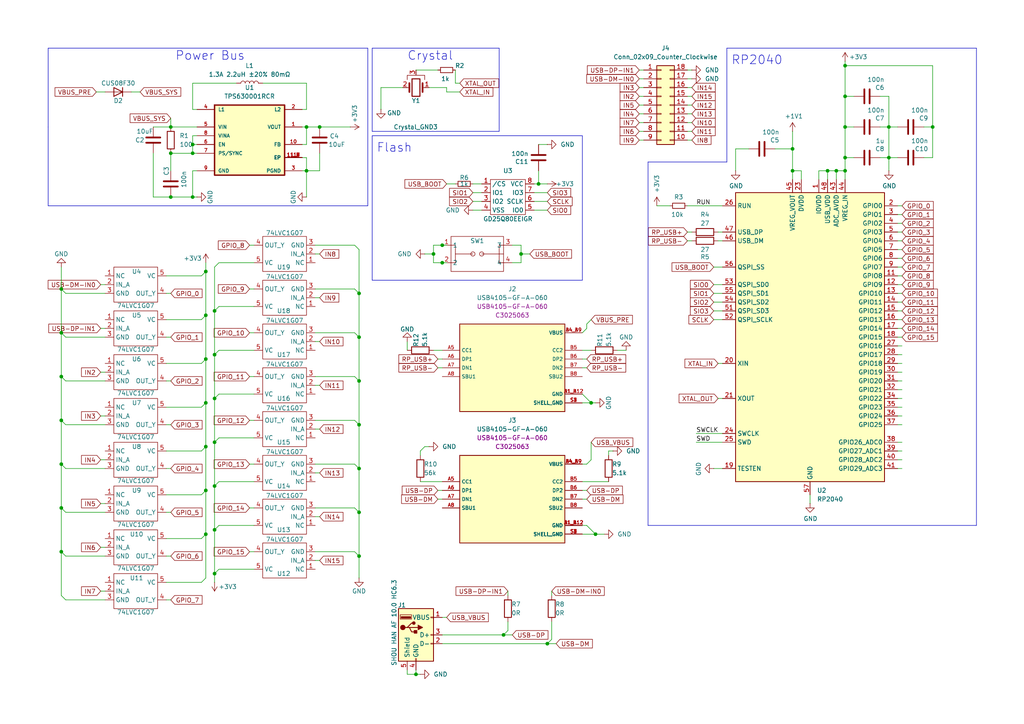
<source format=kicad_sch>
(kicad_sch (version 20231120) (generator "eeschema") (generator_version "8.0")
  (paper "A4")
  (title_block (title "Snifferlyzer Main PCB") (date "2024-05-20") (company "Handheldlegend") (comment 1 "Designed by Mitch Cairns"))
  (junction (at 59.69 154.94))
  (junction (at 55.88 57.15))
  (junction (at 59.69 104.14))
  (junction (at 17.78 83.82))
  (junction (at 245.11 19.05))
  (junction (at 62.23 90.17))
  (junction (at 104.14 161.29))
  (junction (at 257.81 36.83))
  (junction (at 49.53 36.83))
  (junction (at 62.23 166.37))
  (junction (at 125.73 73.66))
  (junction (at 62.23 128.27))
  (junction (at 104.14 110.49))
  (junction (at 62.23 140.97))
  (junction (at 151.13 73.66))
  (junction (at 49.53 57.15))
  (junction (at 17.78 96.52))
  (junction (at 104.14 85.09))
  (junction (at 88.9 36.83))
  (junction (at 128.27 76.2))
  (junction (at 17.78 160.02))
  (junction (at 17.78 134.62))
  (junction (at 104.14 148.59))
  (junction (at 62.23 115.57))
  (junction (at 104.14 123.19))
  (junction (at 245.11 27.94))
  (junction (at 59.69 142.24))
  (junction (at 55.88 41.91))
  (junction (at 59.69 78.74))
  (junction (at 120.65 195.58))
  (junction (at 242.57 49.53))
  (junction (at 62.23 153.67))
  (junction (at 88.9 49.53))
  (junction (at 17.78 121.92))
  (junction (at 49.53 44.45))
  (junction (at 59.69 129.54))
  (junction (at 92.71 36.83))
  (junction (at 156.21 53.34))
  (junction (at 59.69 91.44))
  (junction (at 240.03 49.53))
  (junction (at 158.75 186.69))
  (junction (at 171.45 116.84))
  (junction (at 245.11 49.53))
  (junction (at 55.88 44.45))
  (junction (at 128.27 71.12))
  (junction (at 229.87 49.53))
  (junction (at 17.78 109.22))
  (junction (at 146.05 184.15))
  (junction (at 257.81 45.72))
  (junction (at 270.51 36.83))
  (junction (at 245.11 45.72))
  (junction (at 172.72 154.94))
  (junction (at 62.23 102.87))
  (junction (at 104.14 97.79))
  (junction (at 229.87 43.18))
  (junction (at 17.78 147.32))
  (junction (at 59.69 116.84))
  (junction (at 104.14 135.89))
  (junction (at 245.11 36.83))
  (wire (pts (xy 229.87 43.18) (xy 229.87 49.53)))
  (polyline (pts (xy 106.68 59.69) (xy 13.97 59.69)))
  (wire (pts (xy 48.26 168.91) (xy 58.42 168.91)))
  (wire (pts (xy 257.81 36.83) (xy 257.81 45.72)))
  (wire (pts (xy 245.11 17.78) (xy 245.11 19.05)))
  (wire (pts (xy 270.51 45.72) (xy 267.97 45.72)))
  (wire (pts (xy 129.54 26.67) (xy 133.35 26.67)))
  (wire (pts (xy 200.66 33.02) (xy 199.39 33.02)))
  (wire (pts (xy 260.35 115.57) (xy 261.62 115.57)))
  (wire (pts (xy 209.55 125.73) (xy 201.93 125.73)))
  (wire (pts (xy 63.5 101.6) (xy 62.23 102.87)))
  (wire (pts (xy 19.05 173.99) (xy 17.78 172.72)))
  (wire (pts (xy 260.35 100.33) (xy 261.62 100.33)))
  (wire (pts (xy 49.53 85.09) (xy 48.26 85.09)))
  (wire (pts (xy 185.42 27.94) (xy 186.69 27.94)))
  (wire (pts (xy 170.18 95.25) (xy 170.18 93.98)))
  (wire (pts (xy 49.53 110.49) (xy 48.26 110.49)))
  (wire (pts (xy 242.57 49.53) (xy 245.11 49.53)))
  (wire (pts (xy 260.35 72.39) (xy 261.62 72.39)))
  (wire (pts (xy 55.88 39.37) (xy 55.88 41.91)))
  (wire (pts (xy 207.01 135.89) (xy 209.55 135.89)))
  (wire (pts (xy 260.35 110.49) (xy 261.62 110.49)))
  (wire (pts (xy 48.26 118.11) (xy 58.42 118.11)))
  (wire (pts (xy 260.35 120.65) (xy 261.62 120.65)))
  (wire (pts (xy 200.66 27.94) (xy 199.39 27.94)))
  (wire (pts (xy 260.35 69.85) (xy 261.62 69.85)))
  (wire (pts (xy 207.01 82.55) (xy 209.55 82.55)))
  (wire (pts (xy 62.23 115.57) (xy 62.23 102.87)))
  (wire (pts (xy 49.53 135.89) (xy 48.26 135.89)))
  (wire (pts (xy 27.94 26.67) (xy 30.48 26.67)))
  (wire (pts (xy 19.05 97.79) (xy 17.78 96.52)))
  (wire (pts (xy 260.35 123.19) (xy 261.62 123.19)))
  (wire (pts (xy 58.42 92.71) (xy 59.69 91.44)))
  (wire (pts (xy 29.21 158.75) (xy 30.48 158.75)))
  (wire (pts (xy 102.87 96.52) (xy 104.14 97.79)))
  (wire (pts (xy 59.69 78.74) (xy 59.69 91.44)))
  (wire (pts (xy 260.35 92.71) (xy 261.62 92.71)))
  (wire (pts (xy 104.14 110.49) (xy 104.14 97.79)))
  (wire (pts (xy 58.42 80.01) (xy 59.69 78.74)))
  (wire (pts (xy 260.35 118.11) (xy 261.62 118.11)))
  (wire (pts (xy 151.13 73.66) (xy 153.67 73.66)))
  (wire (pts (xy 185.42 35.56) (xy 186.69 35.56)))
  (wire (pts (xy 260.35 59.69) (xy 261.62 59.69)))
  (wire (pts (xy 73.66 139.7) (xy 63.5 139.7)))
  (wire (pts (xy 29.21 82.55) (xy 30.48 82.55)))
  (wire (pts (xy 19.05 148.59) (xy 17.78 147.32)))
  (wire (pts (xy 92.71 73.66) (xy 91.44 73.66)))
  (wire (pts (xy 224.79 43.18) (xy 229.87 43.18)))
  (wire (pts (xy 255.27 27.94) (xy 257.81 27.94)))
  (wire (pts (xy 44.45 36.83) (xy 49.53 36.83)))
  (wire (pts (xy 72.39 134.62) (xy 73.66 134.62)))
  (wire (pts (xy 68.58 24.13) (xy 55.88 24.13)))
  (wire (pts (xy 160.02 171.45) (xy 160.02 172.72)))
  (wire (pts (xy 168.91 116.84) (xy 171.45 116.84)))
  (wire (pts (xy 161.29 186.69) (xy 158.75 186.69)))
  (wire (pts (xy 62.23 166.37) (xy 62.23 153.67)))
  (wire (pts (xy 44.45 44.45) (xy 44.45 57.15)))
  (wire (pts (xy 49.53 123.19) (xy 48.26 123.19)))
  (wire (pts (xy 267.97 36.83) (xy 270.51 36.83)))
  (wire (pts (xy 154.94 60.96) (xy 158.75 60.96)))
  (wire (pts (xy 57.15 39.37) (xy 55.88 39.37)))
  (wire (pts (xy 29.21 95.25) (xy 30.48 95.25)))
  (wire (pts (xy 17.78 109.22) (xy 17.78 121.92)))
  (wire (pts (xy 260.35 102.87) (xy 261.62 102.87)))
  (wire (pts (xy 120.65 20.32) (xy 127 20.32)))
  (wire (pts (xy 92.71 44.45) (xy 92.71 49.53)))
  (wire (pts (xy 137.16 60.96) (xy 139.7 60.96)))
  (wire (pts (xy 72.39 160.02) (xy 73.66 160.02)))
  (wire (pts (xy 124.46 25.4) (xy 129.54 25.4)))
  (wire (pts (xy 260.35 105.41) (xy 261.62 105.41)))
  (wire (pts (xy 73.66 88.9) (xy 63.5 88.9)))
  (wire (pts (xy 104.14 123.19) (xy 104.14 110.49)))
  (wire (pts (xy 137.16 58.42) (xy 139.7 58.42)))
  (wire (pts (xy 260.35 87.63) (xy 261.62 87.63)))
  (wire (pts (xy 19.05 110.49) (xy 17.78 109.22)))
  (wire (pts (xy 125.73 101.6) (xy 128.27 101.6)))
  (polyline (pts (xy 283.21 13.97) (xy 210.82 13.97)))
  (wire (pts (xy 58.42 143.51) (xy 59.69 142.24)))
  (wire (pts (xy 209.55 69.85) (xy 208.28 69.85)))
  (wire (pts (xy 102.87 147.32) (xy 104.14 148.59)))
  (wire (pts (xy 170.18 134.62) (xy 171.45 133.35)))
  (wire (pts (xy 49.53 44.45) (xy 49.53 49.53)))
  (wire (pts (xy 185.42 38.1) (xy 186.69 38.1)))
  (wire (pts (xy 260.35 107.95) (xy 261.62 107.95)))
  (wire (pts (xy 185.42 33.02) (xy 186.69 33.02)))
  (wire (pts (xy 49.53 148.59) (xy 48.26 148.59)))
  (wire (pts (xy 147.32 182.88) (xy 146.05 184.15)))
  (wire (pts (xy 88.9 49.53) (xy 87.63 49.53)))
  (wire (pts (xy 72.39 109.22) (xy 73.66 109.22)))
  (wire (pts (xy 49.53 44.45) (xy 55.88 44.45)))
  (wire (pts (xy 102.87 109.22) (xy 104.14 110.49)))
  (wire (pts (xy 19.05 123.19) (xy 17.78 121.92)))
  (wire (pts (xy 200.66 67.31) (xy 199.39 67.31)))
  (wire (pts (xy 185.42 40.64) (xy 186.69 40.64)))
  (wire (pts (xy 213.36 43.18) (xy 213.36 49.53)))
  (wire (pts (xy 154.94 58.42) (xy 158.75 58.42)))
  (wire (pts (xy 179.07 101.6) (xy 181.61 101.6)))
  (wire (pts (xy 128.27 76.2) (xy 125.73 76.2)))
  (wire (pts (xy 62.23 140.97) (xy 62.23 128.27)))
  (wire (pts (xy 148.59 76.2) (xy 151.13 76.2)))
  (wire (pts (xy 92.71 124.46) (xy 91.44 124.46)))
  (wire (pts (xy 104.14 97.79) (xy 104.14 85.09)))
  (wire (pts (xy 91.44 96.52) (xy 102.87 96.52)))
  (wire (pts (xy 58.42 118.11) (xy 59.69 116.84)))
  (wire (pts (xy 260.35 130.81) (xy 261.62 130.81)))
  (polyline (pts (xy 13.97 36.83) (xy 13.97 59.69)))
  (wire (pts (xy 62.23 168.91) (xy 62.23 166.37)))
  (wire (pts (xy 240.03 49.53) (xy 240.03 52.07)))
  (wire (pts (xy 87.63 36.83) (xy 88.9 36.83)))
  (wire (pts (xy 48.26 80.01) (xy 58.42 80.01)))
  (wire (pts (xy 30.48 161.29) (xy 19.05 161.29)))
  (wire (pts (xy 73.66 165.1) (xy 63.5 165.1)))
  (polyline (pts (xy 168.91 81.28) (xy 107.95 81.28)))
  (wire (pts (xy 168.91 152.4) (xy 170.18 152.4)))
  (wire (pts (xy 129.54 179.07) (xy 128.27 179.07)))
  (wire (pts (xy 92.71 36.83) (xy 101.6 36.83)))
  (wire (pts (xy 257.81 45.72) (xy 257.81 49.53)))
  (wire (pts (xy 260.35 113.03) (xy 261.62 113.03)))
  (wire (pts (xy 72.39 96.52) (xy 73.66 96.52)))
  (wire (pts (xy 88.9 36.83) (xy 92.71 36.83)))
  (wire (pts (xy 55.88 57.15) (xy 57.15 57.15)))
  (wire (pts (xy 104.14 85.09) (xy 104.14 72.39)))
  (wire (pts (xy 127 142.24) (xy 128.27 142.24)))
  (wire (pts (xy 132.08 24.13) (xy 133.35 24.13)))
  (wire (pts (xy 29.21 171.45) (xy 30.48 171.45)))
  (wire (pts (xy 59.69 154.94) (xy 59.69 167.64)))
  (wire (pts (xy 118.11 195.58) (xy 120.65 195.58)))
  (wire (pts (xy 49.53 36.83) (xy 57.15 36.83)))
  (wire (pts (xy 59.69 129.54) (xy 59.69 142.24)))
  (wire (pts (xy 88.9 45.72) (xy 88.9 49.53)))
  (wire (pts (xy 260.35 82.55) (xy 261.62 82.55)))
  (wire (pts (xy 91.44 109.22) (xy 102.87 109.22)))
  (wire (pts (xy 59.69 142.24) (xy 59.69 154.94)))
  (wire (pts (xy 59.69 116.84) (xy 59.69 129.54)))
  (wire (pts (xy 229.87 49.53) (xy 232.41 49.53)))
  (wire (pts (xy 92.71 111.76) (xy 91.44 111.76)))
  (wire (pts (xy 91.44 83.82) (xy 102.87 83.82)))
  (wire (pts (xy 104.14 161.29) (xy 104.14 148.59)))
  (wire (pts (xy 128.27 186.69) (xy 158.75 186.69)))
  (wire (pts (xy 63.5 139.7) (xy 62.23 140.97)))
  (wire (pts (xy 199.39 59.69) (xy 209.55 59.69)))
  (wire (pts (xy 63.5 88.9) (xy 62.23 90.17)))
  (wire (pts (xy 29.21 120.65) (xy 30.48 120.65)))
  (wire (pts (xy 118.11 194.31) (xy 118.11 195.58)))
  (wire (pts (xy 260.35 90.17) (xy 261.62 90.17)))
  (wire (pts (xy 229.87 49.53) (xy 229.87 52.07)))
  (wire (pts (xy 185.42 20.32) (xy 186.69 20.32)))
  (wire (pts (xy 200.66 35.56) (xy 199.39 35.56)))
  (wire (pts (xy 55.88 49.53) (xy 55.88 57.15)))
  (wire (pts (xy 123.19 129.54) (xy 124.46 129.54)))
  (wire (pts (xy 156.21 49.53) (xy 156.21 53.34)))
  (wire (pts (xy 55.88 24.13) (xy 55.88 31.75)))
  (wire (pts (xy 49.53 97.79) (xy 48.26 97.79)))
  (wire (pts (xy 260.35 97.79) (xy 261.62 97.79)))
  (wire (pts (xy 123.19 73.66) (xy 125.73 73.66)))
  (wire (pts (xy 59.69 104.14) (xy 59.69 116.84)))
  (wire (pts (xy 63.5 165.1) (xy 62.23 166.37)))
  (polyline (pts (xy 210.82 13.97) (xy 210.82 46.99)))
  (wire (pts (xy 92.71 99.06) (xy 91.44 99.06)))
  (wire (pts (xy 255.27 36.83) (xy 257.81 36.83)))
  (wire (pts (xy 73.66 152.4) (xy 63.5 152.4)))
  (wire (pts (xy 88.9 41.91) (xy 88.9 36.83)))
  (wire (pts (xy 257.81 27.94) (xy 257.81 36.83)))
  (wire (pts (xy 118.11 99.06) (xy 118.11 101.6)))
  (polyline (pts (xy 106.68 13.97) (xy 106.68 59.69)))
  (wire (pts (xy 17.78 134.62) (xy 17.78 147.32)))
  (wire (pts (xy 48.26 105.41) (xy 58.42 105.41)))
  (wire (pts (xy 260.35 128.27) (xy 261.62 128.27)))
  (wire (pts (xy 55.88 41.91) (xy 55.88 44.45)))
  (wire (pts (xy 30.48 97.79) (xy 19.05 97.79)))
  (wire (pts (xy 154.94 53.34) (xy 156.21 53.34)))
  (wire (pts (xy 156.21 41.91) (xy 158.75 41.91)))
  (polyline (pts (xy 13.97 13.97) (xy 106.68 13.97)))
  (wire (pts (xy 30.48 85.09) (xy 19.05 85.09)))
  (wire (pts (xy 121.92 139.7) (xy 128.27 139.7)))
  (wire (pts (xy 207.01 77.47) (xy 209.55 77.47)))
  (wire (pts (xy 207.01 90.17) (xy 209.55 90.17)))
  (wire (pts (xy 58.42 105.41) (xy 59.69 104.14)))
  (wire (pts (xy 257.81 36.83) (xy 260.35 36.83)))
  (wire (pts (xy 260.35 77.47) (xy 261.62 77.47)))
  (wire (pts (xy 127 104.14) (xy 128.27 104.14)))
  (wire (pts (xy 245.11 45.72) (xy 247.65 45.72)))
  (wire (pts (xy 30.48 123.19) (xy 19.05 123.19)))
  (wire (pts (xy 128.27 184.15) (xy 146.05 184.15)))
  (wire (pts (xy 154.94 55.88) (xy 158.75 55.88)))
  (wire (pts (xy 58.42 168.91) (xy 59.69 167.64)))
  (wire (pts (xy 237.49 49.53) (xy 240.03 49.53)))
  (wire (pts (xy 151.13 71.12) (xy 151.13 73.66)))
  (wire (pts (xy 260.35 80.01) (xy 261.62 80.01)))
  (wire (pts (xy 245.11 36.83) (xy 245.11 45.72)))
  (wire (pts (xy 72.39 147.32) (xy 73.66 147.32)))
  (wire (pts (xy 104.14 135.89) (xy 104.14 123.19)))
  (wire (pts (xy 260.35 64.77) (xy 261.62 64.77)))
  (wire (pts (xy 168.91 96.52) (xy 170.18 95.25)))
  (wire (pts (xy 63.5 76.2) (xy 62.23 77.47)))
  (wire (pts (xy 147.32 171.45) (xy 147.32 172.72)))
  (wire (pts (xy 200.66 22.86) (xy 199.39 22.86)))
  (wire (pts (xy 102.87 121.92) (xy 104.14 123.19)))
  (wire (pts (xy 92.71 149.86) (xy 91.44 149.86)))
  (wire (pts (xy 73.66 127) (xy 63.5 127)))
  (wire (pts (xy 229.87 38.1) (xy 229.87 43.18)))
  (polyline (pts (xy 168.91 39.37) (xy 168.91 81.28)))
  (wire (pts (xy 62.23 128.27) (xy 62.23 115.57)))
  (wire (pts (xy 148.59 184.15) (xy 146.05 184.15)))
  (wire (pts (xy 171.45 128.27) (xy 171.45 133.35)))
  (wire (pts (xy 92.71 137.16) (xy 91.44 137.16)))
  (wire (pts (xy 59.69 91.44) (xy 59.69 104.14)))
  (wire (pts (xy 200.66 30.48) (xy 199.39 30.48)))
  (wire (pts (xy 63.5 114.3) (xy 62.23 115.57)))
  (wire (pts (xy 17.78 121.92) (xy 17.78 134.62)))
  (wire (pts (xy 260.35 67.31) (xy 261.62 67.31)))
  (wire (pts (xy 270.51 36.83) (xy 270.51 45.72)))
  (wire (pts (xy 87.63 41.91) (xy 88.9 41.91)))
  (wire (pts (xy 245.11 45.72) (xy 245.11 49.53)))
  (wire (pts (xy 148.59 71.12) (xy 151.13 71.12)))
  (wire (pts (xy 17.78 77.47) (xy 17.78 83.82)))
  (wire (pts (xy 245.11 36.83) (xy 247.65 36.83)))
  (wire (pts (xy 19.05 135.89) (xy 17.78 134.62)))
  (wire (pts (xy 44.45 57.15) (xy 49.53 57.15)))
  (wire (pts (xy 260.35 62.23) (xy 261.62 62.23)))
  (wire (pts (xy 29.21 146.05) (xy 30.48 146.05)))
  (wire (pts (xy 49.53 173.99) (xy 48.26 173.99)))
  (wire (pts (xy 176.53 130.81) (xy 177.8 130.81)))
  (wire (pts (xy 200.66 20.32) (xy 199.39 20.32)))
  (wire (pts (xy 232.41 49.53) (xy 232.41 52.07)))
  (wire (pts (xy 240.03 49.53) (xy 242.57 49.53)))
  (wire (pts (xy 137.16 55.88) (xy 139.7 55.88)))
  (wire (pts (xy 55.88 31.75) (xy 57.15 31.75)))
  (wire (pts (xy 185.42 22.86) (xy 186.69 22.86)))
  (wire (pts (xy 132.08 20.32) (xy 132.08 24.13)))
  (wire (pts (xy 62.23 102.87) (xy 62.23 90.17)))
  (wire (pts (xy 257.81 45.72) (xy 255.27 45.72)))
  (wire (pts (xy 170.18 106.68) (xy 168.91 106.68)))
  (wire (pts (xy 19.05 85.09) (xy 17.78 83.82)))
  (wire (pts (xy 58.42 156.21) (xy 59.69 154.94)))
  (polyline (pts (xy 107.95 39.37) (xy 107.95 81.28)))
  (wire (pts (xy 190.5 59.69) (xy 194.31 59.69)))
  (polyline (pts (xy 144.78 38.1) (xy 107.95 38.1)))
  (wire (pts (xy 247.65 27.94) (xy 245.11 27.94)))
  (wire (pts (xy 102.87 134.62) (xy 104.14 135.89)))
  (wire (pts (xy 168.91 139.7) (xy 176.53 139.7)))
  (wire (pts (xy 30.48 110.49) (xy 19.05 110.49)))
  (wire (pts (xy 207.01 87.63) (xy 209.55 87.63)))
  (wire (pts (xy 121.92 132.08) (xy 121.92 130.81)))
  (wire (pts (xy 72.39 121.92) (xy 73.66 121.92)))
  (wire (pts (xy 199.39 40.64) (xy 200.66 40.64)))
  (wire (pts (xy 260.35 85.09) (xy 261.62 85.09)))
  (polyline (pts (xy 107.95 39.37) (xy 168.91 39.37)))
  (wire (pts (xy 168.91 134.62) (xy 170.18 134.62)))
  (wire (pts (xy 209.55 67.31) (xy 208.28 67.31)))
  (wire (pts (xy 30.48 135.89) (xy 19.05 135.89)))
  (wire (pts (xy 48.26 130.81) (xy 58.42 130.81)))
  (wire (pts (xy 88.9 24.13) (xy 88.9 31.75)))
  (wire (pts (xy 125.73 76.2) (xy 125.73 73.66)))
  (wire (pts (xy 260.35 95.25) (xy 261.62 95.25)))
  (wire (pts (xy 260.35 74.93) (xy 261.62 74.93)))
  (polyline (pts (xy 187.96 46.99) (xy 210.82 46.99)))
  (wire (pts (xy 30.48 173.99) (xy 19.05 173.99)))
  (wire (pts (xy 73.66 101.6) (xy 63.5 101.6)))
  (wire (pts (xy 29.21 133.35) (xy 30.48 133.35)))
  (wire (pts (xy 62.23 153.67) (xy 62.23 140.97)))
  (wire (pts (xy 92.71 49.53) (xy 88.9 49.53)))
  (wire (pts (xy 147.32 180.34) (xy 147.32 182.88)))
  (wire (pts (xy 151.13 76.2) (xy 151.13 73.66)))
  (wire (pts (xy 59.69 76.2) (xy 59.69 78.74)))
  (wire (pts (xy 120.65 195.58) (xy 121.92 195.58)))
  (wire (pts (xy 121.92 130.81) (xy 123.19 129.54)))
  (wire (pts (xy 72.39 83.82) (xy 73.66 83.82)))
  (wire (pts (xy 76.2 24.13) (xy 88.9 24.13)))
  (wire (pts (xy 102.87 71.12) (xy 104.14 72.39)))
  (wire (pts (xy 48.26 156.21) (xy 58.42 156.21)))
  (wire (pts (xy 200.66 25.4) (xy 199.39 25.4)))
  (wire (pts (xy 91.44 134.62) (xy 102.87 134.62)))
  (wire (pts (xy 128.27 71.12) (xy 125.73 71.12)))
  (wire (pts (xy 63.5 152.4) (xy 62.23 153.67)))
  (wire (pts (xy 17.78 147.32) (xy 17.78 160.02)))
  (wire (pts (xy 270.51 19.05) (xy 270.51 36.83)))
  (wire (pts (xy 185.42 25.4) (xy 186.69 25.4)))
  (wire (pts (xy 168.91 101.6) (xy 171.45 101.6)))
  (wire (pts (xy 127 106.68) (xy 128.27 106.68)))
  (wire (pts (xy 168.91 154.94) (xy 172.72 154.94)))
  (wire (pts (xy 58.42 130.81) (xy 59.69 129.54)))
  (wire (pts (xy 88.9 49.53) (xy 88.9 57.15)))
  (wire (pts (xy 63.5 127) (xy 62.23 128.27)))
  (wire (pts (xy 170.18 152.4) (xy 172.72 154.94)))
  (wire (pts (xy 19.05 161.29) (xy 17.78 160.02)))
  (wire (pts (xy 92.71 86.36) (xy 91.44 86.36)))
  (wire (pts (xy 29.21 107.95) (xy 30.48 107.95)))
  (wire (pts (xy 88.9 45.72) (xy 87.63 45.72)))
  (wire (pts (xy 73.66 114.3) (xy 63.5 114.3)))
  (wire (pts (xy 170.18 142.24) (xy 168.91 142.24)))
  (wire (pts (xy 170.18 93.98) (xy 171.45 92.71)))
  (polyline (pts (xy 187.96 46.99) (xy 187.96 152.4)))
  (wire (pts (xy 199.39 38.1) (xy 200.66 38.1)))
  (wire (pts (xy 171.45 116.84) (xy 172.72 116.84)))
  (wire (pts (xy 245.11 49.53) (xy 245.11 52.07)))
  (wire (pts (xy 156.21 53.34) (xy 158.75 53.34)))
  (wire (pts (xy 207.01 85.09) (xy 209.55 85.09)))
  (wire (pts (xy 91.44 121.92) (xy 102.87 121.92)))
  (wire (pts (xy 137.16 53.34) (xy 139.7 53.34)))
  (wire (pts (xy 125.73 71.12) (xy 125.73 73.66)))
  (wire (pts (xy 49.53 34.29) (xy 49.53 36.83)))
  (wire (pts (xy 175.26 154.94) (xy 172.72 154.94)))
  (polyline (pts (xy 13.97 36.83) (xy 13.97 13.97)))
  (wire (pts (xy 260.35 133.35) (xy 261.62 133.35)))
  (wire (pts (xy 73.66 76.2) (xy 63.5 76.2)))
  (wire (pts (xy 160.02 185.42) (xy 158.75 186.69)))
  (wire (pts (xy 48.26 92.71) (xy 58.42 92.71)))
  (wire (pts (xy 245.11 19.05) (xy 245.11 27.94)))
  (wire (pts (xy 91.44 71.12) (xy 102.87 71.12)))
  (wire (pts (xy 208.28 105.41) (xy 209.55 105.41)))
  (wire (pts (xy 104.14 148.59) (xy 104.14 135.89)))
  (wire (pts (xy 88.9 31.75) (xy 87.63 31.75)))
  (wire (pts (xy 209.55 128.27) (xy 201.93 128.27)))
  (wire (pts (xy 72.39 71.12) (xy 73.66 71.12)))
  (polyline (pts (xy 283.21 152.4) (xy 283.21 13.97)))
  (wire (pts (xy 91.44 160.02) (xy 102.87 160.02)))
  (wire (pts (xy 102.87 83.82) (xy 104.14 85.09)))
  (wire (pts (xy 91.44 147.32) (xy 102.87 147.32)))
  (wire (pts (xy 129.54 53.34) (xy 132.08 53.34)))
  (wire (pts (xy 160.02 180.34) (xy 160.02 185.42)))
  (wire (pts (xy 92.71 162.56) (xy 91.44 162.56)))
  (wire (pts (xy 62.23 90.17) (xy 62.23 77.47)))
  (wire (pts (xy 170.18 144.78) (xy 168.91 144.78)))
  (polyline (pts (xy 187.96 152.4) (xy 283.21 152.4)))
  (polyline (pts (xy 144.78 13.97) (xy 144.78 38.1)))
  (wire (pts (xy 209.55 115.57) (xy 208.28 115.57)))
  (wire (pts (xy 17.78 83.82) (xy 17.78 96.52)))
  (wire (pts (xy 49.53 161.29) (xy 48.26 161.29)))
  (wire (pts (xy 129.54 76.2) (xy 128.27 76.2)))
  (wire (pts (xy 168.91 114.3) (xy 171.45 116.84)))
  (wire (pts (xy 185.42 30.48) (xy 186.69 30.48)))
  (wire (pts (xy 129.54 71.12) (xy 128.27 71.12)))
  (wire (pts (xy 104.14 167.64) (xy 104.14 161.29)))
  (wire (pts (xy 48.26 143.51) (xy 58.42 143.51)))
  (wire (pts (xy 110.49 25.4) (xy 110.49 31.75)))
  (wire (pts (xy 30.48 148.59) (xy 19.05 148.59)))
  (wire (pts (xy 257.81 45.72) (xy 260.35 45.72)))
  (wire (pts (xy 170.18 104.14) (xy 168.91 104.14)))
  (wire (pts (xy 260.35 135.89) (xy 261.62 135.89)))
  (wire (pts (xy 57.15 41.91) (xy 55.88 41.91)))
  (wire (pts (xy 234.95 143.51) (xy 234.95 146.05)))
  (polyline (pts (xy 107.95 13.97) (xy 107.95 38.1)))
  (wire (pts (xy 55.88 49.53) (xy 57.15 49.53)))
  (wire (pts (xy 110.49 25.4) (xy 116.84 25.4)))
  (wire (pts (xy 200.66 69.85) (xy 199.39 69.85)))
  (wire (pts (xy 207.01 92.71) (xy 209.55 92.71)))
  (wire (pts (xy 127 144.78) (xy 128.27 144.78)))
  (wire (pts (xy 102.87 160.02) (xy 104.14 161.29)))
  (wire (pts (xy 129.54 25.4) (xy 129.54 26.67)))
  (wire (pts (xy 55.88 44.45) (xy 57.15 44.45)))
  (wire (pts (xy 120.65 194.31) (xy 120.65 195.58)))
  (wire (pts (xy 245.11 27.94) (xy 245.11 36.83)))
  (wire (pts (xy 217.17 43.18) (xy 213.36 43.18)))
  (wire (pts (xy 237.49 52.07) (xy 237.49 49.53)))
  (wire (pts (xy 17.78 96.52) (xy 17.78 109.22)))
  (wire (pts (xy 242.57 49.53) (xy 242.57 52.07)))
  (wire (pts (xy 270.51 19.05) (xy 245.11 19.05)))
  (wire (pts (xy 38.1 26.67) (xy 40.64 26.67)))
  (wire (pts (xy 176.53 130.81) (xy 176.53 132.08)))
  (wire (pts (xy 49.53 57.15) (xy 55.88 57.15)))
  (polyline (pts (xy 107.95 13.97) (xy 144.78 13.97)))
  (wire (pts (xy 17.78 160.02) (xy 17.78 172.72)))
  (text "RP2040" (at 212.09 19.05 0) (effects (font (size 2.54 2.54)) (justify left bottom)))
  (text "Flash" (at 109.22 44.45 0) (effects (font (size 2.54 2.54)) (justify left bottom)))
  (text "Crystal" (at 118.11 17.78 0) (effects (font (size 2.54 2.54)) (justify left bottom)))
  (text "Power Bus" (at 50.8 17.78 0) (effects (font (size 2.54 2.54)) (justify left bottom)))
  (label "SWCLK" (at 201.93 125.73 0))
  (label "SWD" (at 201.93 128.27 0))
  (label "RUN" (at 201.93 59.69 0))
  (global_label "IN11" (shape input) (at 92.71 111.76 0) (property "Intersheetrefs" "${INTERSHEET_REFS}" (effects (hide yes))))
  (global_label "GPIO_0" (shape input) (at 261.62 59.69 0) (property "Intersheetrefs" "${INTERSHEET_REFS}" (effects (hide yes))))
  (global_label "SIO2" (shape input) (at 207.01 87.63 180) (property "Intersheetrefs" "${INTERSHEET_REFS}" (effects (hide yes))))
  (global_label "IN3" (shape input) (at 29.21 120.65 180) (property "Intersheetrefs" "${INTERSHEET_REFS}" (effects (hide yes))))
  (global_label "USB-DM-IN0" (shape input) (at 185.42 22.86 180) (property "Intersheetrefs" "${INTERSHEET_REFS}" (effects (hide yes))))
  (global_label "SIO1" (shape input) (at 137.16 55.88 180) (property "Intersheetrefs" "${INTERSHEET_REFS}" (effects (hide yes))))
  (global_label "USB_BOOT" (shape input) (at 129.54 53.34 180) (property "Intersheetrefs" "${INTERSHEET_REFS}" (effects (hide yes))))
  (global_label "RP_USB-" (shape input) (at 170.18 106.68 0) (property "Intersheetrefs" "${INTERSHEET_REFS}" (effects (hide yes))))
  (global_label "GPIO_10" (shape input) (at 72.39 96.52 180) (property "Intersheetrefs" "${INTERSHEET_REFS}" (effects (hide yes))))
  (global_label "SCLK" (shape input) (at 158.75 58.42 0) (property "Intersheetrefs" "${INTERSHEET_REFS}" (effects (hide yes))))
  (global_label "GPIO_13" (shape input) (at 72.39 134.62 180) (property "Intersheetrefs" "${INTERSHEET_REFS}" (effects (hide yes))))
  (global_label "USB_BOOT" (shape input) (at 153.67 73.66 0) (property "Intersheetrefs" "${INTERSHEET_REFS}" (effects (hide yes))))
  (global_label "IN3" (shape input) (at 185.42 25.4 180) (property "Intersheetrefs" "${INTERSHEET_REFS}" (effects (hide yes))))
  (global_label "USB-DM-IN0" (shape input) (at 160.02 171.45 0) (property "Intersheetrefs" "${INTERSHEET_REFS}" (effects (hide yes))))
  (global_label "SIO3" (shape input) (at 207.01 90.17 180) (property "Intersheetrefs" "${INTERSHEET_REFS}" (effects (hide yes))))
  (global_label "IN12" (shape input) (at 200.66 30.48 0) (property "Intersheetrefs" "${INTERSHEET_REFS}" (effects (hide yes))))
  (global_label "GPIO_11" (shape input) (at 261.62 87.63 0) (property "Intersheetrefs" "${INTERSHEET_REFS}" (effects (hide yes))))
  (global_label "GPIO_1" (shape input) (at 261.62 62.23 0) (property "Intersheetrefs" "${INTERSHEET_REFS}" (effects (hide yes))))
  (global_label "USB-DM" (shape input) (at 170.18 144.78 0) (property "Intersheetrefs" "${INTERSHEET_REFS}" (effects (hide yes))))
  (global_label "GPIO_0" (shape input) (at 49.53 85.09 0) (property "Intersheetrefs" "${INTERSHEET_REFS}" (effects (hide yes))))
  (global_label "GPIO_14" (shape input) (at 261.62 95.25 0) (property "Intersheetrefs" "${INTERSHEET_REFS}" (effects (hide yes))))
  (global_label "IN15" (shape input) (at 200.66 27.94 0) (property "Intersheetrefs" "${INTERSHEET_REFS}" (effects (hide yes))))
  (global_label "IN2" (shape input) (at 185.42 27.94 180) (property "Intersheetrefs" "${INTERSHEET_REFS}" (effects (hide yes))))
  (global_label "IN2" (shape input) (at 29.21 107.95 180) (property "Intersheetrefs" "${INTERSHEET_REFS}" (effects (hide yes))))
  (global_label "GPIO_11" (shape input) (at 72.39 109.22 180) (property "Intersheetrefs" "${INTERSHEET_REFS}" (effects (hide yes))))
  (global_label "USB-DP-IN1" (shape input) (at 185.42 20.32 180) (property "Intersheetrefs" "${INTERSHEET_REFS}" (effects (hide yes))))
  (global_label "IN7" (shape input) (at 185.42 35.56 180) (property "Intersheetrefs" "${INTERSHEET_REFS}" (effects (hide yes))))
  (global_label "USB-DP-IN1" (shape input) (at 147.32 171.45 180) (property "Intersheetrefs" "${INTERSHEET_REFS}" (effects (hide yes))))
  (global_label "XTAL_OUT" (shape input) (at 208.28 115.57 180) (property "Intersheetrefs" "${INTERSHEET_REFS}" (effects (hide yes))))
  (global_label "GPIO_6" (shape input) (at 49.53 161.29 0) (property "Intersheetrefs" "${INTERSHEET_REFS}" (effects (hide yes))))
  (global_label "GPIO_3" (shape input) (at 49.53 123.19 0) (property "Intersheetrefs" "${INTERSHEET_REFS}" (effects (hide yes))))
  (global_label "GPIO_3" (shape input) (at 261.62 67.31 0) (property "Intersheetrefs" "${INTERSHEET_REFS}" (effects (hide yes))))
  (global_label "IN14" (shape input) (at 200.66 25.4 0) (property "Intersheetrefs" "${INTERSHEET_REFS}" (effects (hide yes))))
  (global_label "IN7" (shape input) (at 29.21 171.45 180) (property "Intersheetrefs" "${INTERSHEET_REFS}" (effects (hide yes))))
  (global_label "IN4" (shape input) (at 185.42 33.02 180) (property "Intersheetrefs" "${INTERSHEET_REFS}" (effects (hide yes))))
  (global_label "IN13" (shape input) (at 92.71 137.16 0) (property "Intersheetrefs" "${INTERSHEET_REFS}" (effects (hide yes))))
  (global_label "GPIO_15" (shape input) (at 261.62 97.79 0) (property "Intersheetrefs" "${INTERSHEET_REFS}" (effects (hide yes))))
  (global_label "USB-DP" (shape input) (at 127 142.24 180) (property "Intersheetrefs" "${INTERSHEET_REFS}" (effects (hide yes))))
  (global_label "USB-DP-IN1" (shape input) (at 29.21 95.25 180) (property "Intersheetrefs" "${INTERSHEET_REFS}" (effects (hide yes))))
  (global_label "SIO1" (shape input) (at 207.01 85.09 180) (property "Intersheetrefs" "${INTERSHEET_REFS}" (effects (hide yes))))
  (global_label "GPIO_7" (shape input) (at 261.62 77.47 0) (property "Intersheetrefs" "${INTERSHEET_REFS}" (effects (hide yes))))
  (global_label "GPIO_4" (shape input) (at 49.53 135.89 0) (property "Intersheetrefs" "${INTERSHEET_REFS}" (effects (hide yes))))
  (global_label "GPIO_12" (shape input) (at 72.39 121.92 180) (property "Intersheetrefs" "${INTERSHEET_REFS}" (effects (hide yes))))
  (global_label "IN14" (shape input) (at 92.71 149.86 0) (property "Intersheetrefs" "${INTERSHEET_REFS}" (effects (hide yes))))
  (global_label "SIO3" (shape input) (at 158.75 55.88 0) (property "Intersheetrefs" "${INTERSHEET_REFS}" (effects (hide yes))))
  (global_label "IN9" (shape input) (at 185.42 40.64 180) (property "Intersheetrefs" "${INTERSHEET_REFS}" (effects (hide yes))))
  (global_label "SIO0" (shape input) (at 158.75 60.96 0) (property "Intersheetrefs" "${INTERSHEET_REFS}" (effects (hide yes))))
  (global_label "IN12" (shape input) (at 92.71 124.46 0) (property "Intersheetrefs" "${INTERSHEET_REFS}" (effects (hide yes))))
  (global_label "SIO2" (shape input) (at 137.16 58.42 180) (property "Intersheetrefs" "${INTERSHEET_REFS}" (effects (hide yes))))
  (global_label "RP_USB-" (shape input) (at 199.39 69.85 180) (property "Intersheetrefs" "${INTERSHEET_REFS}" (effects (hide yes))))
  (global_label "GPIO_12" (shape input) (at 261.62 90.17 0) (property "Intersheetrefs" "${INTERSHEET_REFS}" (effects (hide yes))))
  (global_label "VBUS_SYS" (shape input) (at 40.64 26.67 0) (property "Intersheetrefs" "${INTERSHEET_REFS}" (effects (hide yes))))
  (global_label "RP_USB-" (shape input) (at 127 106.68 180) (property "Intersheetrefs" "${INTERSHEET_REFS}" (effects (hide yes))))
  (global_label "USB_VBUS" (shape input) (at 171.45 128.27 0) (property "Intersheetrefs" "${INTERSHEET_REFS}" (effects (hide yes))))
  (global_label "GPIO_14" (shape input) (at 72.39 147.32 180) (property "Intersheetrefs" "${INTERSHEET_REFS}" (effects (hide yes))))
  (global_label "SCLK" (shape input) (at 207.01 92.71 180) (property "Intersheetrefs" "${INTERSHEET_REFS}" (effects (hide yes))))
  (global_label "USB_VBUS" (shape input) (at 129.54 179.07 0) (property "Intersheetrefs" "${INTERSHEET_REFS}" (effects (hide yes))))
  (global_label "USB-DM-IN0" (shape input) (at 29.21 82.55 180) (property "Intersheetrefs" "${INTERSHEET_REFS}" (effects (hide yes))))
  (global_label "USB-DM" (shape input) (at 127 144.78 180) (property "Intersheetrefs" "${INTERSHEET_REFS}" (effects (hide yes))))
  (global_label "USB-DP" (shape input) (at 170.18 142.24 0) (property "Intersheetrefs" "${INTERSHEET_REFS}" (effects (hide yes))))
  (global_label "VBUS_PRE" (shape input) (at 171.45 92.71 0) (property "Intersheetrefs" "${INTERSHEET_REFS}" (effects (hide yes))))
  (global_label "GPIO_5" (shape input) (at 49.53 148.59 0) (property "Intersheetrefs" "${INTERSHEET_REFS}" (effects (hide yes))))
  (global_label "IN8" (shape input) (at 200.66 40.64 0) (property "Intersheetrefs" "${INTERSHEET_REFS}" (effects (hide yes))))
  (global_label "IN5" (shape input) (at 29.21 146.05 180) (property "Intersheetrefs" "${INTERSHEET_REFS}" (effects (hide yes))))
  (global_label "GPIO_8" (shape input) (at 261.62 80.01 0) (property "Intersheetrefs" "${INTERSHEET_REFS}" (effects (hide yes))))
  (global_label "IN6" (shape input) (at 29.21 158.75 180) (property "Intersheetrefs" "${INTERSHEET_REFS}" (effects (hide yes))))
  (global_label "IN10" (shape input) (at 200.66 35.56 0) (property "Intersheetrefs" "${INTERSHEET_REFS}" (effects (hide yes))))
  (global_label "GPIO_4" (shape input) (at 261.62 69.85 0) (property "Intersheetrefs" "${INTERSHEET_REFS}" (effects (hide yes))))
  (global_label "GPIO_5" (shape input) (at 261.62 72.39 0) (property "Intersheetrefs" "${INTERSHEET_REFS}" (effects (hide yes))))
  (global_label "IN9" (shape input) (at 92.71 86.36 0) (property "Intersheetrefs" "${INTERSHEET_REFS}" (effects (hide yes))))
  (global_label "GPIO_8" (shape input) (at 72.39 71.12 180) (property "Intersheetrefs" "${INTERSHEET_REFS}" (effects (hide yes))))
  (global_label "VBUS_PRE" (shape input) (at 27.94 26.67 180) (property "Intersheetrefs" "${INTERSHEET_REFS}" (effects (hide yes))))
  (global_label "GPIO_1" (shape input) (at 49.53 97.79 0) (property "Intersheetrefs" "${INTERSHEET_REFS}" (effects (hide yes))))
  (global_label "USB_BOOT" (shape input) (at 207.01 77.47 180) (property "Intersheetrefs" "${INTERSHEET_REFS}" (effects (hide yes))))
  (global_label "SIO0" (shape input) (at 207.01 82.55 180) (property "Intersheetrefs" "${INTERSHEET_REFS}" (effects (hide yes))))
  (global_label "GPIO_15" (shape input) (at 72.39 160.02 180) (property "Intersheetrefs" "${INTERSHEET_REFS}" (effects (hide yes))))
  (global_label "GPIO_9" (shape input) (at 72.39 83.82 180) (property "Intersheetrefs" "${INTERSHEET_REFS}" (effects (hide yes))))
  (global_label "GPIO_10" (shape input) (at 261.62 85.09 0) (property "Intersheetrefs" "${INTERSHEET_REFS}" (effects (hide yes))))
  (global_label "RP_USB+" (shape input) (at 199.39 67.31 180) (property "Intersheetrefs" "${INTERSHEET_REFS}" (effects (hide yes))))
  (global_label "IN10" (shape input) (at 92.71 99.06 0) (property "Intersheetrefs" "${INTERSHEET_REFS}" (effects (hide yes))))
  (global_label "GPIO_2" (shape input) (at 261.62 64.77 0) (property "Intersheetrefs" "${INTERSHEET_REFS}" (effects (hide yes))))
  (global_label "XTAL_OUT" (shape input) (at 133.35 24.13 0) (property "Intersheetrefs" "${INTERSHEET_REFS}" (effects (hide yes))))
  (global_label "GPIO_2" (shape input) (at 49.53 110.49 0) (property "Intersheetrefs" "${INTERSHEET_REFS}" (effects (hide yes))))
  (global_label "GPIO_9" (shape input) (at 261.62 82.55 0) (property "Intersheetrefs" "${INTERSHEET_REFS}" (effects (hide yes))))
  (global_label "IN11" (shape input) (at 200.66 38.1 0) (property "Intersheetrefs" "${INTERSHEET_REFS}" (effects (hide yes))))
  (global_label "IN5" (shape input) (at 185.42 30.48 180) (property "Intersheetrefs" "${INTERSHEET_REFS}" (effects (hide yes))))
  (global_label "IN8" (shape input) (at 92.71 73.66 0) (property "Intersheetrefs" "${INTERSHEET_REFS}" (effects (hide yes))))
  (global_label "XTAL_IN" (shape input) (at 133.35 26.67 0) (property "Intersheetrefs" "${INTERSHEET_REFS}" (effects (hide yes))))
  (global_label "RP_USB+" (shape input) (at 127 104.14 180) (property "Intersheetrefs" "${INTERSHEET_REFS}" (effects (hide yes))))
  (global_label "GPIO_6" (shape input) (at 261.62 74.93 0) (property "Intersheetrefs" "${INTERSHEET_REFS}" (effects (hide yes))))
  (global_label "XTAL_IN" (shape input) (at 208.28 105.41 180) (property "Intersheetrefs" "${INTERSHEET_REFS}" (effects (hide yes))))
  (global_label "RP_USB+" (shape input) (at 170.18 104.14 0) (property "Intersheetrefs" "${INTERSHEET_REFS}" (effects (hide yes))))
  (global_label "IN6" (shape input) (at 185.42 38.1 180) (property "Intersheetrefs" "${INTERSHEET_REFS}" (effects (hide yes))))
  (global_label "GPIO_7" (shape input) (at 49.53 173.99 0) (property "Intersheetrefs" "${INTERSHEET_REFS}" (effects (hide yes))))
  (global_label "USB-DP" (shape input) (at 148.59 184.15 0) (property "Intersheetrefs" "${INTERSHEET_REFS}" (effects (hide yes))))
  (global_label "USB-DM" (shape input) (at 161.29 186.69 0) (property "Intersheetrefs" "${INTERSHEET_REFS}" (effects (hide yes))))
  (global_label "IN15" (shape input) (at 92.71 162.56 0) (property "Intersheetrefs" "${INTERSHEET_REFS}" (effects (hide yes))))
  (global_label "IN13" (shape input) (at 200.66 33.02 0) (property "Intersheetrefs" "${INTERSHEET_REFS}" (effects (hide yes))))
  (global_label "GPIO_13" (shape input) (at 261.62 92.71 0) (property "Intersheetrefs" "${INTERSHEET_REFS}" (effects (hide yes))))
  (global_label "IN4" (shape input) (at 29.21 133.35 180) (property "Intersheetrefs" "${INTERSHEET_REFS}" (effects (hide yes))))
  (global_label "VBUS_SYS" (shape input) (at 49.53 34.29 180) (property "Intersheetrefs" "${INTERSHEET_REFS}" (effects (hide yes))))
  (symbol (lib_id "Device:R") (at 204.47 69.85 90) (unit 1)
    (property "Reference" "R5" (at 204.47 74.5236 90))
    (property "Value" "27" (at 204.47 72.39 90))
    (property "Footprint" "Resistor_SMD:R_0201_0603Metric" (effects (hide yes)))
    (property "Description" "Resistor" (effects (hide yes)))
  )
  (symbol (lib_id "hhl:1TS026A-1000-0550") (at 138.43 73.66 0) (unit 1)
    (property "Reference" "SW1" (at 138.43 69.85 0))
    (property "Value" "1TS026A-1000-0550" (effects (hide yes)))
    (property "Footprint" "hhl:1TS026A-1000-0550" (effects (hide yes)))
    (property "Datasheet" "https://datasheet.lcsc.com/lcsc/2201131300_HYP--Hongyuan-Precision-1TS026A-1000-0550-CT_C913778.pdf" (effects (hide yes)))
    (property "MPN" "1TS026A-1000-0550" (effects (hide yes)))
    (property "LCSC" "C913778" (effects (hide yes)))
  )
  (symbol (lib_id "hhl:CUS08F30") (at 34.29 26.67 180) (unit 1)
    (property "Reference" "D2" (at 34.29 29.21 0))
    (property "Value" "CUS08F30" (at 34.29 24.13 0))
    (property "Footprint" "Diode_SMD:D_SOD-323_HandSoldering" (effects (hide yes)))
    (property "Description" "Diode" (effects (hide yes)))
    (property "MPN" "CUS08F30" (effects (hide yes)))
  )
  (symbol (lib_id "snifferlyzer_lib:74LVC1G07") (at 39.37 95.25 0) (unit 1)
    (property "Reference" "U5" (at 39.624 91.44 0))
    (property "Value" "74LVC1G07" (at 39.37 101.346 0))
    (property "Footprint" "Package_TO_SOT_SMD:SOT-353_SC-70-5" (effects (hide yes)))
    (property "Datasheet" "https://www.lcsc.com/datasheet/lcsc_datasheet_2403202220_UMW-Youtai-Semiconductor-Co---Ltd--SN74LVC1G07DCKR-UMW_C7394033.pdf" (effects (hide yes)))
    (property "Description" "SC-70-5 Buffer/Driver/Transceiver ROHS" (effects (hide yes)))
    (property "LCSC" "C7394033" (effects (hide yes)))
    (property "MPN" "SN74LVC1G07DCKR(UMW)" (effects (hide yes)))
  )
  (symbol (lib_id "power:GND") (at 172.72 116.84 90) (unit 1)
    (property "Reference" "#PWR024" (effects (hide yes)))
    (property "Value" "GND" (at 176.53 116.84 0))
    (property "Description" "Power symbol creates a global label with name \"GND\" , ground" (effects (hide yes)))
  )
  (symbol (lib_id "snifferlyzer_lib:74LVC1G07") (at 39.37 146.05 0) (unit 1)
    (property "Reference" "U9" (at 39.624 142.24 0))
    (property "Value" "74LVC1G07" (at 39.37 152.146 0))
    (property "Footprint" "Package_TO_SOT_SMD:SOT-353_SC-70-5" (effects (hide yes)))
    (property "Datasheet" "https://www.lcsc.com/datasheet/lcsc_datasheet_2403202220_UMW-Youtai-Semiconductor-Co---Ltd--SN74LVC1G07DCKR-UMW_C7394033.pdf" (effects (hide yes)))
    (property "Description" "SC-70-5 Buffer/Driver/Transceiver ROHS" (effects (hide yes)))
    (property "LCSC" "C7394033" (effects (hide yes)))
    (property "MPN" "SN74LVC1G07DCKR(UMW)" (effects (hide yes)))
  )
  (symbol (lib_id "snifferlyzer_lib:74LVC1G07") (at 39.37 158.75 0) (unit 1)
    (property "Reference" "U10" (at 39.624 154.94 0))
    (property "Value" "74LVC1G07" (at 39.37 164.846 0))
    (property "Footprint" "Package_TO_SOT_SMD:SOT-353_SC-70-5" (effects (hide yes)))
    (property "Datasheet" "https://www.lcsc.com/datasheet/lcsc_datasheet_2403202220_UMW-Youtai-Semiconductor-Co---Ltd--SN74LVC1G07DCKR-UMW_C7394033.pdf" (effects (hide yes)))
    (property "Description" "SC-70-5 Buffer/Driver/Transceiver ROHS" (effects (hide yes)))
    (property "LCSC" "C7394033" (effects (hide yes)))
    (property "MPN" "SN74LVC1G07DCKR(UMW)" (effects (hide yes)))
  )
  (symbol (lib_id "power:+3V3") (at 190.5 59.69 0) (unit 1)
    (property "Reference" "#PWR07" (effects (hide yes)))
    (property "Value" "+3V3" (at 190.5 53.34 90))
    (property "Description" "Power symbol creates a global label with name \"+3V3\"" (effects (hide yes)))
  )
  (symbol (lib_id "hhl:TPS63000DRCR") (at 72.39 39.37 0) (unit 1)
    (property "Reference" "U1" (at 72.39 25.4 0))
    (property "Value" "TPS630001RCR" (at 72.39 27.94 0))
    (property "Footprint" "hhl:VREG_V62_16624-01YE" (effects (hide yes)))
    (property "Description" "\nHigh efficiency Buck-Boost Converter with 1.8A Current Switches in 3x3 QFN\n" (effects (hide yes)))
    (property "MF" "Texas Instruments" (effects (hide yes)))
    (property "Package" "VSON-10 Texas Instruments" (effects (hide yes)))
    (property "Price" "None" (effects (hide yes)))
    (property "SnapEDA_Link" "https://www.snapeda.com/parts/TPS63000DRCR/Texas+Instruments/view-part/?ref=snap" (effects (hide yes)))
    (property "MPN" "TPS63001DRCR" (effects (hide yes)))
    (property "Purchase-URL" "https://www.snapeda.com/api/url_track_click_mouser/?unipart_id=43802&manufacturer=Texas Instruments&part_name=TPS63000DRCR&search_term=tps63000drcr" (effects (hide yes)))
    (property "Availability" "In Stock" (effects (hide yes)))
    (property "Check_prices" "https://www.snapeda.com/parts/TPS63000DRCR/Texas+Instruments/view-part/?ref=eda" (effects (hide yes)))
  )
  (symbol (lib_id "Device:R_Small") (at 134.62 53.34 90) (unit 1)
    (property "Reference" "R6" (at 134.6575 51.5152 90))
    (property "Value" "1k" (at 134.62 53.34 90))
    (property "Footprint" "Resistor_SMD:R_0201_0603Metric" (effects (hide yes)))
    (property "Description" "Resistor, small symbol" (effects (hide yes)))
  )
  (symbol (lib_id "power:GND") (at 177.8 130.81 90) (unit 1)
    (property "Reference" "#PWR?" (effects (hide yes)))
    (property "Value" "GND" (at 181.61 130.8099 90) (effects (justify right)))
    (property "Description" "Power symbol creates a global label with name \"GND\" , ground" (effects (hide yes)))
  )
  (symbol (lib_id "power:GND") (at 123.19 73.66 270) (unit 1)
    (property "Reference" "#PWR014" (effects (hide yes)))
    (property "Value" "GND" (at 119.38 73.66 90) (effects (justify right)))
    (property "Description" "Power symbol creates a global label with name \"GND\" , ground" (effects (hide yes)))
  )
  (symbol (lib_id "power:GND") (at 175.26 154.94 90) (unit 1)
    (property "Reference" "#PWR021" (effects (hide yes)))
    (property "Value" "GND" (at 179.07 154.9399 90) (effects (justify right)))
    (property "Description" "Power symbol creates a global label with name \"GND\" , ground" (effects (hide yes)))
  )
  (symbol (lib_id "snifferlyzer_lib:74LVC1G07") (at 39.37 133.35 0) (unit 1)
    (property "Reference" "U8" (at 39.624 129.54 0))
    (property "Value" "74LVC1G07" (at 39.37 139.446 0))
    (property "Footprint" "Package_TO_SOT_SMD:SOT-353_SC-70-5" (effects (hide yes)))
    (property "Datasheet" "https://www.lcsc.com/datasheet/lcsc_datasheet_2403202220_UMW-Youtai-Semiconductor-Co---Ltd--SN74LVC1G07DCKR-UMW_C7394033.pdf" (effects (hide yes)))
    (property "Description" "SC-70-5 Buffer/Driver/Transceiver ROHS" (effects (hide yes)))
    (property "LCSC" "C7394033" (effects (hide yes)))
    (property "MPN" "SN74LVC1G07DCKR(UMW)" (effects (hide yes)))
  )
  (symbol (lib_id "Device:R") (at 121.92 135.89 0) (unit 1)
    (property "Reference" "R10" (at 122.936 134.62 0) (effects (justify left)))
    (property "Value" "56k" (at 122.936 137.16 0) (effects (justify left)))
    (property "Footprint" "Resistor_SMD:R_0805_2012Metric" (effects (hide yes)))
    (property "Description" "Resistor" (effects (hide yes)))
  )
  (symbol (lib_id "Device:R") (at 49.53 40.64 0) (unit 1)
    (property "Reference" "R1" (at 52.07 39.3699 0) (effects (justify left)))
    (property "Value" "100" (at 52.07 41.9099 0) (effects (justify left)))
    (property "Footprint" "Resistor_SMD:R_0201_0603Metric" (effects (hide yes)))
    (property "Description" "Resistor" (effects (hide yes)))
  )
  (symbol (lib_id "power:GND") (at 104.14 167.64 0) (unit 1)
    (property "Reference" "#PWR025" (effects (hide yes)))
    (property "Value" "GND" (at 104.14 171.45 0))
    (property "Description" "Power symbol creates a global label with name \"GND\" , ground" (effects (hide yes)))
  )
  (symbol (lib_id "snifferlyzer_lib:74LVC1G07") (at 82.55 162.56 180) (unit 1)
    (property "Reference" "U12" (at 82.296 166.37 0))
    (property "Value" "74LVC1G07" (at 82.55 156.464 0))
    (property "Footprint" "Package_TO_SOT_SMD:SOT-353_SC-70-5" (effects (hide yes)))
    (property "Datasheet" "https://www.lcsc.com/datasheet/lcsc_datasheet_2403202220_UMW-Youtai-Semiconductor-Co---Ltd--SN74LVC1G07DCKR-UMW_C7394033.pdf" (effects (hide yes)))
    (property "Description" "SC-70-5 Buffer/Driver/Transceiver ROHS" (effects (hide yes)))
    (property "LCSC" "C7394033" (effects (hide yes)))
    (property "MPN" "SN74LVC1G07DCKR(UMW)" (effects (hide yes)))
  )
  (symbol (lib_id "snifferlyzer_lib:74LVC1G07") (at 82.55 149.86 180) (unit 1)
    (property "Reference" "U13" (at 82.296 153.67 0))
    (property "Value" "74LVC1G07" (at 82.55 143.764 0))
    (property "Footprint" "Package_TO_SOT_SMD:SOT-353_SC-70-5" (effects (hide yes)))
    (property "Datasheet" "https://www.lcsc.com/datasheet/lcsc_datasheet_2403202220_UMW-Youtai-Semiconductor-Co---Ltd--SN74LVC1G07DCKR-UMW_C7394033.pdf" (effects (hide yes)))
    (property "Description" "SC-70-5 Buffer/Driver/Transceiver ROHS" (effects (hide yes)))
    (property "LCSC" "C7394033" (effects (hide yes)))
    (property "MPN" "SN74LVC1G07DCKR(UMW)" (effects (hide yes)))
  )
  (symbol (lib_id "Device:R") (at 121.92 101.6 90) (unit 1)
    (property "Reference" "R12" (at 120.65 100.584 0) (effects (justify left)))
    (property "Value" "5.1k" (at 123.19 100.584 0) (effects (justify left)))
    (property "Footprint" "Resistor_SMD:R_0805_2012Metric" (effects (hide yes)))
    (property "Description" "Resistor" (effects (hide yes)))
  )
  (symbol (lib_id "Device:R") (at 176.53 135.89 0) (unit 1)
    (property "Reference" "R9" (at 177.546 134.62 0) (effects (justify left)))
    (property "Value" "5.1k" (at 177.546 137.16 0) (effects (justify left)))
    (property "Footprint" "Resistor_SMD:R_0805_2012Metric" (effects (hide yes)))
    (property "Description" "Resistor" (effects (hide yes)))
  )
  (symbol (lib_id "Device:C") (at 264.16 36.83 90) (unit 1)
    (property "Reference" "C9" (at 269.24 34.29 90) (effects (justify left)))
    (property "Value" "100n" (at 269.24 31.9786 90) (effects (justify left)))
    (property "Footprint" "Capacitor_SMD:C_0402_1005Metric" (effects (hide yes)))
    (property "Description" "Unpolarized capacitor" (effects (hide yes)))
  )
  (symbol (lib_id "power:GND") (at 118.11 99.06 180) (unit 1)
    (property "Reference" "#PWR022" (effects (hide yes)))
    (property "Value" "GND" (at 118.11 95.504 0))
    (property "Description" "Power symbol creates a global label with name \"GND\" , ground" (effects (hide yes)))
  )
  (symbol (lib_id "power:GND") (at 257.81 49.53 0) (unit 1)
    (property "Reference" "#PWR013" (effects (hide yes)))
    (property "Value" "GND" (at 257.937 53.9242 0))
    (property "Description" "Power symbol creates a global label with name \"GND\" , ground" (effects (hide yes)))
  )
  (symbol (lib_id "snifferlyzer_lib:USB4105-GF-A-060") (at 148.59 144.78 0) (unit 1)
    (property "Reference" "J3" (at 148.59 121.92 0))
    (property "Value" "USB4105-GF-A-060" (at 148.59 124.46 0))
    (property "Footprint" "snifferlyzer-lib:GCT_USB4105-GF-A-060" (effects (hide yes)))
    (property "Datasheet" "https://mm.digikey.com/Volume0/opasdata/d220001/medias/docus/5702/USB4105%20-%20Product%20Drawing.pdf" (effects (hide yes)))
    (property "Description" "USB-C (USB TYPE-C) USB 2.0 Receptacle Connector 24 (16+8 Dummy) Position Surface Mount, Right Angle; Through Hole" (effects (hide yes)))
    (property "MPN" "USB4105-GF-A-060" (at 148.59 127 0))
    (property "JLPCB" "C3025063" (at 148.59 129.54 0))
  )
  (symbol (lib_id "power:+3V3") (at 101.6 36.83 270) (unit 1)
    (property "Reference" "#PWR05" (effects (hide yes)))
    (property "Value" "+3V3" (at 102.87 33.02 0))
    (property "Description" "Power symbol creates a global label with name \"+3V3\"" (effects (hide yes)))
  )
  (symbol (lib_id "snifferlyzer_lib:74LVC1G07") (at 82.55 86.36 180) (unit 1)
    (property "Reference" "U18" (at 82.296 90.17 0))
    (property "Value" "74LVC1G07" (at 82.55 80.264 0))
    (property "Footprint" "Package_TO_SOT_SMD:SOT-353_SC-70-5" (effects (hide yes)))
    (property "Datasheet" "https://www.lcsc.com/datasheet/lcsc_datasheet_2403202220_UMW-Youtai-Semiconductor-Co---Ltd--SN74LVC1G07DCKR-UMW_C7394033.pdf" (effects (hide yes)))
    (property "Description" "SC-70-5 Buffer/Driver/Transceiver ROHS" (effects (hide yes)))
    (property "LCSC" "C7394033" (effects (hide yes)))
    (property "MPN" "SN74LVC1G07DCKR(UMW)" (effects (hide yes)))
  )
  (symbol (lib_id "power:GND") (at 121.92 195.58 90) (unit 1)
    (property "Reference" "#PWR020" (effects (hide yes)))
    (property "Value" "GND" (at 125.73 195.5799 90) (effects (justify right)))
    (property "Description" "Power symbol creates a global label with name \"GND\" , ground" (effects (hide yes)))
  )
  (symbol (lib_id "snifferlyzer_lib:74LVC1G07") (at 82.55 111.76 180) (unit 1)
    (property "Reference" "U16" (at 82.296 115.57 0))
    (property "Value" "74LVC1G07" (at 82.55 105.664 0))
    (property "Footprint" "Package_TO_SOT_SMD:SOT-353_SC-70-5" (effects (hide yes)))
    (property "Datasheet" "https://www.lcsc.com/datasheet/lcsc_datasheet_2403202220_UMW-Youtai-Semiconductor-Co---Ltd--SN74LVC1G07DCKR-UMW_C7394033.pdf" (effects (hide yes)))
    (property "Description" "SC-70-5 Buffer/Driver/Transceiver ROHS" (effects (hide yes)))
    (property "LCSC" "C7394033" (effects (hide yes)))
    (property "MPN" "SN74LVC1G07DCKR(UMW)" (effects (hide yes)))
  )
  (symbol (lib_id "progcc_v3:RP2040") (at 234.95 97.79 0) (unit 1)
    (property "Reference" "U2" (at 236.9694 142.24 0) (effects (justify left)))
    (property "Value" "RP2040" (at 236.9694 144.78 0) (effects (justify left)))
    (property "Footprint" "Package_DFN_QFN:QFN-56-1EP_7x7mm_P0.4mm_EP3.2x3.2mm" (effects (hide yes)))
    (property "Datasheet" "${KIPRJMOD}/../progcc_v3_libs/docs/rp2040-datasheet.pdf" (effects (hide yes)))
    (property "MPN" "RP2040" (effects (hide yes)))
  )
  (symbol (lib_id "hhl:GD25Q80EEIGR") (at 147.32 57.15 0) (unit 1)
    (property "Reference" "U3" (at 147.3051 49.53 0))
    (property "Value" "GD25Q80EEIGR" (at 147.32 63.5 0))
    (property "Footprint" "hhl:USON-8-EP(2x3)" (effects (hide yes)))
    (property "Datasheet" "https://datasheet.lcsc.com/lcsc/2108150330_GigaDevice-Semicon-Beijing-GD25Q80EEIGR_C2874937.pdf" (effects (hide yes)))
    (property "MPN" "GD25Q80EEIGR" (effects (hide yes)))
    (property "LCSC" "C2874937" (effects (hide yes)))
  )
  (symbol (lib_id "Device:C") (at 44.45 40.64 180) (unit 1)
    (property "Reference" "C2" (at 41.91 40.64 0) (effects (justify left)))
    (property "Value" "10uF" (at 44.45 38.1 0) (effects (justify left)))
    (property "Footprint" "Capacitor_SMD:C_0805_2012Metric" (effects (hide yes)))
    (property "Description" "Unpolarized capacitor" (effects (hide yes)))
  )
  (symbol (lib_id "Connector:USB_A") (at 120.65 184.15 0) (unit 1)
    (property "Reference" "J1" (at 116.586 175.514 0))
    (property "Value" "SHOU HAN AF 10.0 HC6.3" (at 114.3 180.594 90))
    (property "Footprint" "snifferlyzer-lib:AF 10.0 HC6.3" (effects (hide yes)))
    (property "Datasheet" " ~" (effects (hide yes)))
    (property "Description" "USB Type A connector" (effects (hide yes)))
    (property "MPN" " AF 10.0 HC6.3" (effects (hide yes)))
    (property "LCSC" "C456017" (effects (hide yes)))
  )
  (symbol (lib_id "Device:C") (at 156.21 45.72 180) (unit 1)
    (property "Reference" "C11" (at 153.289 46.8884 0) (effects (justify left)))
    (property "Value" "100n" (at 153.289 44.577 0) (effects (justify left)))
    (property "Footprint" "Capacitor_SMD:C_0201_0603Metric" (effects (hide yes)))
    (property "Description" "Unpolarized capacitor" (effects (hide yes)))
  )
  (symbol (lib_id "Device:L") (at 72.39 24.13 90) (unit 1)
    (property "Reference" "L1" (at 72.39 19.05 90))
    (property "Value" "1.3A 2.2uH ±20% 80mΩ" (at 72.39 21.59 90))
    (property "Footprint" "Inductor_SMD:L_1008_2520Metric" (effects (hide yes)))
    (property "Description" "Inductor" (effects (hide yes)))
    (property "MPN" "MIP25202R2MBE" (effects (hide yes)))
    (property "LCSC" "C315721" (effects (hide yes)))
  )
  (symbol (lib_id "snifferlyzer_lib:74LVC1G07") (at 39.37 120.65 0) (unit 1)
    (property "Reference" "U7" (at 39.624 116.84 0))
    (property "Value" "74LVC1G07" (at 39.37 126.746 0))
    (property "Footprint" "Package_TO_SOT_SMD:SOT-353_SC-70-5" (effects (hide yes)))
    (property "Datasheet" "https://www.lcsc.com/datasheet/lcsc_datasheet_2403202220_UMW-Youtai-Semiconductor-Co---Ltd--SN74LVC1G07DCKR-UMW_C7394033.pdf" (effects (hide yes)))
    (property "Description" "SC-70-5 Buffer/Driver/Transceiver ROHS" (effects (hide yes)))
    (property "LCSC" "C7394033" (effects (hide yes)))
    (property "MPN" "SN74LVC1G07DCKR(UMW)" (effects (hide yes)))
  )
  (symbol (lib_id "power:GND") (at 57.15 57.15 90) (unit 1)
    (property "Reference" "#PWR02" (effects (hide yes)))
    (property "Value" "GND" (at 60.96 57.15 0))
    (property "Description" "Power symbol creates a global label with name \"GND\" , ground" (effects (hide yes)))
  )
  (symbol (lib_id "Connector_Generic:Conn_02x09_Counter_Clockwise") (at 191.77 30.48 0) (unit 1)
    (property "Reference" "J4" (at 193.04 13.97 0))
    (property "Value" "Conn_02x09_Counter_Clockwise" (at 193.04 16.51 0))
    (property "Footprint" "Connector_PinHeader_2.54mm:PinHeader_2x09_P2.54mm_Vertical" (effects (hide yes)))
    (property "Datasheet" "https://www.lcsc.com/datasheet/lcsc_datasheet_2110111530_XKB-Connection-X6521WV-2x09H-C60D30_C706899.pdf" (effects (hide yes)))
    (property "Description" "Generic connector, double row, 02x09, counter clockwise pin numbering scheme (similar to DIP package numbering), script generated (kicad-library-utils/schlib/autogen/connector/)" (effects (hide yes)))
    (property "MPN" "X6521WV-2x09H-C60D30" (effects (hide yes)))
    (property "LCSC" "C706899" (effects (hide yes)))
  )
  (symbol (lib_id "power:GND") (at 137.16 60.96 270) (unit 1)
    (property "Reference" "#PWR015" (effects (hide yes)))
    (property "Value" "GND" (at 133.35 60.96 90) (effects (justify right)))
    (property "Description" "Power symbol creates a global label with name \"GND\" , ground" (effects (hide yes)))
  )
  (symbol (lib_id "power:GND") (at 17.78 77.47 180) (unit 1)
    (property "Reference" "#PWR04" (effects (hide yes)))
    (property "Value" "GND" (at 17.78 73.66 0))
    (property "Description" "Power symbol creates a global label with name \"GND\" , ground" (effects (hide yes)))
  )
  (symbol (lib_id "Device:R") (at 147.32 176.53 0) (unit 1)
    (property "Reference" "R7" (at 148.336 175.26 0) (effects (justify left)))
    (property "Value" "0R" (at 148.336 177.8 0) (effects (justify left)))
    (property "Footprint" "Resistor_SMD:R_0805_2012Metric" (effects (hide yes)))
    (property "Description" "Resistor" (effects (hide yes)))
  )
  (symbol (lib_id "Device:C") (at 264.16 45.72 90) (unit 1)
    (property "Reference" "C10" (at 269.24 43.18 90) (effects (justify left)))
    (property "Value" "100n" (at 269.24 40.8686 90) (effects (justify left)))
    (property "Footprint" "Capacitor_SMD:C_0402_1005Metric" (effects (hide yes)))
    (property "Description" "Unpolarized capacitor" (effects (hide yes)))
  )
  (symbol (lib_id "snifferlyzer_lib:USB4105-GF-A-060") (at 148.59 106.68 0) (unit 1)
    (property "Reference" "J2" (at 148.59 83.82 0))
    (property "Value" "USB4105-GF-A-060" (at 148.59 86.36 0))
    (property "Footprint" "snifferlyzer-lib:GCT_USB4105-GF-A-060" (effects (hide yes)))
    (property "Datasheet" "https://mm.digikey.com/Volume0/opasdata/d220001/medias/docus/5702/USB4105%20-%20Product%20Drawing.pdf" (effects (hide yes)))
    (property "Description" "USB-C (USB TYPE-C) USB 2.0 Receptacle Connector 24 (16+8 Dummy) Position Surface Mount, Right Angle; Through Hole" (effects (hide yes)))
    (property "MPN" "USB4105-GF-A-060" (at 148.59 88.9 0))
    (property "JLPCB" "C3025063" (at 148.59 91.44 0))
  )
  (symbol (lib_id "snifferlyzer_lib:74LVC1G07") (at 82.55 124.46 180) (unit 1)
    (property "Reference" "U15" (at 82.296 128.27 0))
    (property "Value" "74LVC1G07" (at 82.55 118.364 0))
    (property "Footprint" "Package_TO_SOT_SMD:SOT-353_SC-70-5" (effects (hide yes)))
    (property "Datasheet" "https://www.lcsc.com/datasheet/lcsc_datasheet_2403202220_UMW-Youtai-Semiconductor-Co---Ltd--SN74LVC1G07DCKR-UMW_C7394033.pdf" (effects (hide yes)))
    (property "Description" "SC-70-5 Buffer/Driver/Transceiver ROHS" (effects (hide yes)))
    (property "LCSC" "C7394033" (effects (hide yes)))
    (property "MPN" "SN74LVC1G07DCKR(UMW)" (effects (hide yes)))
  )
  (symbol (lib_id "Device:R_Small") (at 196.85 59.69 90) (unit 1)
    (property "Reference" "R3" (at 196.85 57.15 90))
    (property "Value" "10k" (at 196.469 62.23 90))
    (property "Footprint" "Resistor_SMD:R_0201_0603Metric" (effects (hide yes)))
    (property "Description" "Resistor, small symbol" (effects (hide yes)))
  )
  (symbol (lib_id "snifferlyzer_lib:74LVC1G07") (at 39.37 82.55 0) (unit 1)
    (property "Reference" "U4" (at 39.624 78.74 0))
    (property "Value" "74LVC1G07" (at 39.37 88.646 0))
    (property "Footprint" "Package_TO_SOT_SMD:SOT-353_SC-70-5" (effects (hide yes)))
    (property "Datasheet" "https://www.lcsc.com/datasheet/lcsc_datasheet_2403202220_UMW-Youtai-Semiconductor-Co---Ltd--SN74LVC1G07DCKR-UMW_C7394033.pdf" (effects (hide yes)))
    (property "Description" "SC-70-5 Buffer/Driver/Transceiver ROHS" (effects (hide yes)))
    (property "LCSC" "C7394033" (effects (hide yes)))
    (property "MPN" "SN74LVC1G07DCKR(UMW)" (effects (hide yes)))
  )
  (symbol (lib_id "snifferlyzer_lib:74LVC1G07") (at 82.55 99.06 180) (unit 1)
    (property "Reference" "U17" (at 82.296 102.87 0))
    (property "Value" "74LVC1G07" (at 82.55 92.964 0))
    (property "Footprint" "Package_TO_SOT_SMD:SOT-353_SC-70-5" (effects (hide yes)))
    (property "Datasheet" "https://www.lcsc.com/datasheet/lcsc_datasheet_2403202220_UMW-Youtai-Semiconductor-Co---Ltd--SN74LVC1G07DCKR-UMW_C7394033.pdf" (effects (hide yes)))
    (property "Description" "SC-70-5 Buffer/Driver/Transceiver ROHS" (effects (hide yes)))
    (property "LCSC" "C7394033" (effects (hide yes)))
    (property "MPN" "SN74LVC1G07DCKR(UMW)" (effects (hide yes)))
  )
  (symbol (lib_id "Device:C") (at 251.46 45.72 90) (unit 1)
    (property "Reference" "C8" (at 256.54 43.18 90) (effects (justify left)))
    (property "Value" "1u" (at 256.54 40.8686 90) (effects (justify left)))
    (property "Footprint" "Capacitor_SMD:C_0402_1005Metric" (effects (hide yes)))
    (property "Description" "Unpolarized capacitor" (effects (hide yes)))
  )
  (symbol (lib_id "Device:R") (at 175.26 101.6 90) (unit 1)
    (property "Reference" "R11" (at 173.99 100.584 0) (effects (justify left)))
    (property "Value" "5.1k" (at 176.53 100.584 0) (effects (justify left)))
    (property "Footprint" "Resistor_SMD:R_0805_2012Metric" (effects (hide yes)))
    (property "Description" "Resistor" (effects (hide yes)))
  )
  (symbol (lib_id "power:GND") (at 213.36 49.53 0) (unit 1)
    (property "Reference" "#PWR09" (effects (hide yes)))
    (property "Value" "GND" (at 213.487 53.9242 0))
    (property "Description" "Power symbol creates a global label with name \"GND\" , ground" (effects (hide yes)))
  )
  (symbol (lib_id "power:GND") (at 207.01 135.89 270) (unit 1)
    (property "Reference" "#PWR08" (effects (hide yes)))
    (property "Value" "GND" (at 202.6158 136.017 0))
    (property "Description" "Power symbol creates a global label with name \"GND\" , ground" (effects (hide yes)))
  )
  (symbol (lib_id "snifferlyzer_lib:74LVC1G07") (at 82.55 73.66 180) (unit 1)
    (property "Reference" "U19" (at 82.296 77.47 0))
    (property "Value" "74LVC1G07" (at 82.55 67.564 0))
    (property "Footprint" "Package_TO_SOT_SMD:SOT-353_SC-70-5" (effects (hide yes)))
    (property "Datasheet" "https://www.lcsc.com/datasheet/lcsc_datasheet_2403202220_UMW-Youtai-Semiconductor-Co---Ltd--SN74LVC1G07DCKR-UMW_C7394033.pdf" (effects (hide yes)))
    (property "Description" "SC-70-5 Buffer/Driver/Transceiver ROHS" (effects (hide yes)))
    (property "LCSC" "C7394033" (effects (hide yes)))
    (property "MPN" "SN74LVC1G07DCKR(UMW)" (effects (hide yes)))
  )
  (symbol (lib_id "snifferlyzer_lib:74LVC1G07") (at 39.37 107.95 0) (unit 1)
    (property "Reference" "U6" (at 39.624 104.14 0))
    (property "Value" "74LVC1G07" (at 39.37 114.046 0))
    (property "Footprint" "Package_TO_SOT_SMD:SOT-353_SC-70-5" (effects (hide yes)))
    (property "Datasheet" "https://www.lcsc.com/datasheet/lcsc_datasheet_2403202220_UMW-Youtai-Semiconductor-Co---Ltd--SN74LVC1G07DCKR-UMW_C7394033.pdf" (effects (hide yes)))
    (property "Description" "SC-70-5 Buffer/Driver/Transceiver ROHS" (effects (hide yes)))
    (property "LCSC" "C7394033" (effects (hide yes)))
    (property "MPN" "SN74LVC1G07DCKR(UMW)" (effects (hide yes)))
  )
  (symbol (lib_id "power:GND") (at 124.46 129.54 90) (unit 1)
    (property "Reference" "#PWR027" (effects (hide yes)))
    (property "Value" "GND" (at 128.27 129.5399 90) (effects (justify right)))
    (property "Description" "Power symbol creates a global label with name \"GND\" , ground" (effects (hide yes)))
  )
  (symbol (lib_id "power:+1V1") (at 229.87 38.1 0) (unit 1)
    (property "Reference" "#PWR010" (effects (hide yes)))
    (property "Value" "+1V1" (at 230.251 33.7058 0))
    (property "Description" "Power symbol creates a global label with name \"+1V1\"" (effects (hide yes)))
  )
  (symbol (lib_id "power:+3V3") (at 62.23 168.91 180) (unit 1)
    (property "Reference" "#PWR026" (effects (hide yes)))
    (property "Value" "+3V3" (at 66.04 170.18 0))
    (property "Description" "Power symbol creates a global label with name \"+3V3\"" (effects (hide yes)))
  )
  (symbol (lib_id "Device:C") (at 220.98 43.18 90) (unit 1)
    (property "Reference" "C5" (at 226.06 40.64 90) (effects (justify left)))
    (property "Value" "100n" (at 226.06 38.3286 90) (effects (justify left)))
    (property "Footprint" "Capacitor_SMD:C_0402_1005Metric" (effects (hide yes)))
    (property "Description" "Unpolarized capacitor" (effects (hide yes)))
  )
  (symbol (lib_id "snifferlyzer_lib:74LVC1G07") (at 82.55 137.16 180) (unit 1)
    (property "Reference" "U14" (at 82.296 140.97 0))
    (property "Value" "74LVC1G07" (at 82.55 131.064 0))
    (property "Footprint" "Package_TO_SOT_SMD:SOT-353_SC-70-5" (effects (hide yes)))
    (property "Datasheet" "https://www.lcsc.com/datasheet/lcsc_datasheet_2403202220_UMW-Youtai-Semiconductor-Co---Ltd--SN74LVC1G07DCKR-UMW_C7394033.pdf" (effects (hide yes)))
    (property "Description" "SC-70-5 Buffer/Driver/Transceiver ROHS" (effects (hide yes)))
    (property "LCSC" "C7394033" (effects (hide yes)))
    (property "MPN" "SN74LVC1G07DCKR(UMW)" (effects (hide yes)))
  )
  (symbol (lib_id "snifferlyzer_lib:74LVC1G07") (at 39.37 171.45 0) (unit 1)
    (property "Reference" "U11" (at 39.624 167.64 0))
    (property "Value" "74LVC1G07" (at 39.37 177.546 0))
    (property "Footprint" "Package_TO_SOT_SMD:SOT-353_SC-70-5" (effects (hide yes)))
    (property "Datasheet" "https://www.lcsc.com/datasheet/lcsc_datasheet_2403202220_UMW-Youtai-Semiconductor-Co---Ltd--SN74LVC1G07DCKR-UMW_C7394033.pdf" (effects (hide yes)))
    (property "Description" "SC-70-5 Buffer/Driver/Transceiver ROHS" (effects (hide yes)))
    (property "LCSC" "C7394033" (effects (hide yes)))
    (property "MPN" "SN74LVC1G07DCKR(UMW)" (effects (hide yes)))
  )
  (symbol (lib_id "power:+3V3") (at 158.75 53.34 270) (unit 1)
    (property "Reference" "#PWR017" (effects (hide yes)))
    (property "Value" "+3V3" (at 163.83 53.34 90))
    (property "Description" "Power symbol creates a global label with name \"+3V3\"" (effects (hide yes)))
  )
  (symbol (lib_id "power:GND") (at 181.61 101.6 180) (unit 1)
    (property "Reference" "#PWR023" (effects (hide yes)))
    (property "Value" "GND" (at 181.61 97.79 0))
    (property "Description" "Power symbol creates a global label with name \"GND\" , ground" (effects (hide yes)))
  )
  (symbol (lib_id "power:GND") (at 158.75 41.91 90) (unit 1)
    (property "Reference" "#PWR016" (effects (hide yes)))
    (property "Value" "GND" (at 162.56 41.91 90) (effects (justify right)))
    (property "Description" "Power symbol creates a global label with name \"GND\" , ground" (effects (hide yes)))
  )
  (symbol (lib_id "power:GND") (at 200.66 22.86 90) (unit 1)
    (property "Reference" "#PWR019" (effects (hide yes)))
    (property "Value" "GND" (at 204.47 22.8599 90) (effects (justify right)))
    (property "Description" "Power symbol creates a global label with name \"GND\" , ground" (effects (hide yes)))
  )
  (symbol (lib_id "power:+3V3") (at 59.69 76.2 0) (unit 1)
    (property "Reference" "#PWR01" (effects (hide yes)))
    (property "Value" "+3V3" (at 55.88 74.93 0))
    (property "Description" "Power symbol creates a global label with name \"+3V3\"" (effects (hide yes)))
  )
  (symbol (lib_id "Device:R") (at 160.02 176.53 0) (unit 1)
    (property "Reference" "R8" (at 161.036 175.26 0) (effects (justify left)))
    (property "Value" "0R" (at 161.036 177.8 0) (effects (justify left)))
    (property "Footprint" "Resistor_SMD:R_0805_2012Metric" (effects (hide yes)))
    (property "Description" "Resistor" (effects (hide yes)))
  )
  (symbol (lib_id "power:GND") (at 110.49 31.75 0) (unit 1)
    (property "Reference" "#PWR06" (effects (hide yes)))
    (property "Value" "GND" (at 114.3 32.766 0))
    (property "Description" "Power symbol creates a global label with name \"GND\" , ground" (effects (hide yes)))
  )
  (symbol (lib_id "Device:R") (at 204.47 67.31 90) (unit 1)
    (property "Reference" "R4" (at 204.47 62.23 90))
    (property "Value" "27" (at 204.47 64.77 90))
    (property "Footprint" "Resistor_SMD:R_0201_0603Metric" (effects (hide yes)))
    (property "Description" "Resistor" (effects (hide yes)))
  )
  (symbol (lib_id "Device:C") (at 251.46 27.94 90) (unit 1)
    (property "Reference" "C6" (at 256.54 25.4 90) (effects (justify left)))
    (property "Value" "100n" (at 256.54 23.0886 90) (effects (justify left)))
    (property "Footprint" "Capacitor_SMD:C_0201_0603Metric" (effects (hide yes)))
    (property "Description" "Unpolarized capacitor" (effects (hide yes)))
  )
  (symbol (lib_id "Device:C") (at 251.46 36.83 90) (unit 1)
    (property "Reference" "C7" (at 256.54 34.29 90) (effects (justify left)))
    (property "Value" "100n" (at 256.54 31.9786 90) (effects (justify left)))
    (property "Footprint" "Capacitor_SMD:C_0402_1005Metric" (effects (hide yes)))
    (property "Description" "Unpolarized capacitor" (effects (hide yes)))
  )
  (symbol (lib_id "power:GND") (at 88.9 57.15 270) (unit 1)
    (property "Reference" "#PWR03" (effects (hide yes)))
    (property "Value" "GND" (at 85.09 57.15 0))
    (property "Description" "Power symbol creates a global label with name \"GND\" , ground" (effects (hide yes)))
  )
  (symbol (lib_id "power:GND") (at 200.66 20.32 90) (unit 1)
    (property "Reference" "#PWR018" (effects (hide yes)))
    (property "Value" "GND" (at 204.47 20.3199 90) (effects (justify right)))
    (property "Description" "Power symbol creates a global label with name \"GND\" , ground" (effects (hide yes)))
  )
  (symbol (lib_id "Device:C") (at 92.71 40.64 0) (unit 1)
    (property "Reference" "C4" (at 95.631 39.4716 0) (effects (justify left)))
    (property "Value" "10uF" (at 95.25 41.91 0) (effects (justify left)))
    (property "Footprint" "Capacitor_SMD:C_0805_2012Metric" (effects (hide yes)))
    (property "Description" "Unpolarized capacitor" (effects (hide yes)))
  )
  (symbol (lib_id "Device:C") (at 49.53 53.34 180) (unit 1)
    (property "Reference" "C3" (at 48.26 48.26 90) (effects (justify left)))
    (property "Value" "100n" (at 53.34 49.53 90) (effects (justify left)))
    (property "Footprint" "Capacitor_SMD:C_0201_0603Metric" (effects (hide yes)))
    (property "Description" "Unpolarized capacitor" (effects (hide yes)))
  )
  (symbol (lib_id "power:+3V3") (at 245.11 17.78 0) (unit 1)
    (property "Reference" "#PWR012" (effects (hide yes)))
    (property "Value" "+3V3" (at 248.92 16.51 0))
    (property "Description" "Power symbol creates a global label with name \"+3V3\"" (effects (hide yes)))
  )
  (symbol (lib_id "Device:R_Small") (at 129.54 20.32 90) (unit 1)
    (property "Reference" "R2" (at 133.35 19.05 90))
    (property "Value" "1k" (at 129.159 22.86 90))
    (property "Footprint" "Resistor_SMD:R_0201_0603Metric" (effects (hide yes)))
    (property "Description" "Resistor, small symbol" (effects (hide yes)))
  )
  (symbol (lib_id "power:GND") (at 234.95 146.05 0) (unit 1)
    (property "Reference" "#PWR011" (effects (hide yes)))
    (property "Value" "GND" (at 235.077 150.4442 0))
    (property "Description" "Power symbol creates a global label with name \"GND\" , ground" (effects (hide yes)))
  )
  (symbol (lib_id "Device:Crystal_GND3") (at 120.65 25.4 180) (unit 1)
    (property "Reference" "Y1" (at 121.92 29.21 0) (effects (justify left)))
    (property "Value" "Crystal_GND3" (at 127 36.83 0) (effects (justify left)))
    (property "Footprint" "Crystal:Resonator_SMD_Murata_CSTxExxV-3Pin_3.0x1.1mm" (effects (hide yes)))
    (property "Description" "Three pin crystal, GND on pin 3" (effects (hide yes)))
    (property "MPN" "CSTNE12M0GH5L000R0" (effects (hide yes)))
  )
)
</source>
